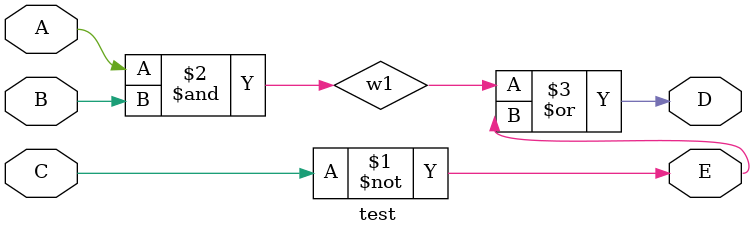
<source format=v>
/* Generated by Yosys 0.33 (git sha1 2584903a060, clang 14.0.0 -fPIC -Os) */

(* src = "test.v:1.1-11.10" *)
module test(A, B, C, D, E);
  (* src = "test.v:4.11-4.12" *)
  input A;
  wire A;
  (* src = "test.v:4.14-4.15" *)
  input B;
  wire B;
  (* src = "test.v:4.17-4.18" *)
  input C;
  wire C;
  (* src = "test.v:3.11-3.12" *)
  output D;
  wire D;
  (* src = "test.v:3.14-3.15" *)
  output E;
  wire E;
  (* src = "test.v:5.11-5.13" *)
  wire w1;
  assign E = ~(* src = "test.v:0.0-0.0" *) C;
  assign w1 = A &(* src = "test.v:7.8-7.20" *)  B;
  assign D = w1 |(* src = "test.v:9.8-9.20" *)  E;
endmodule

</source>
